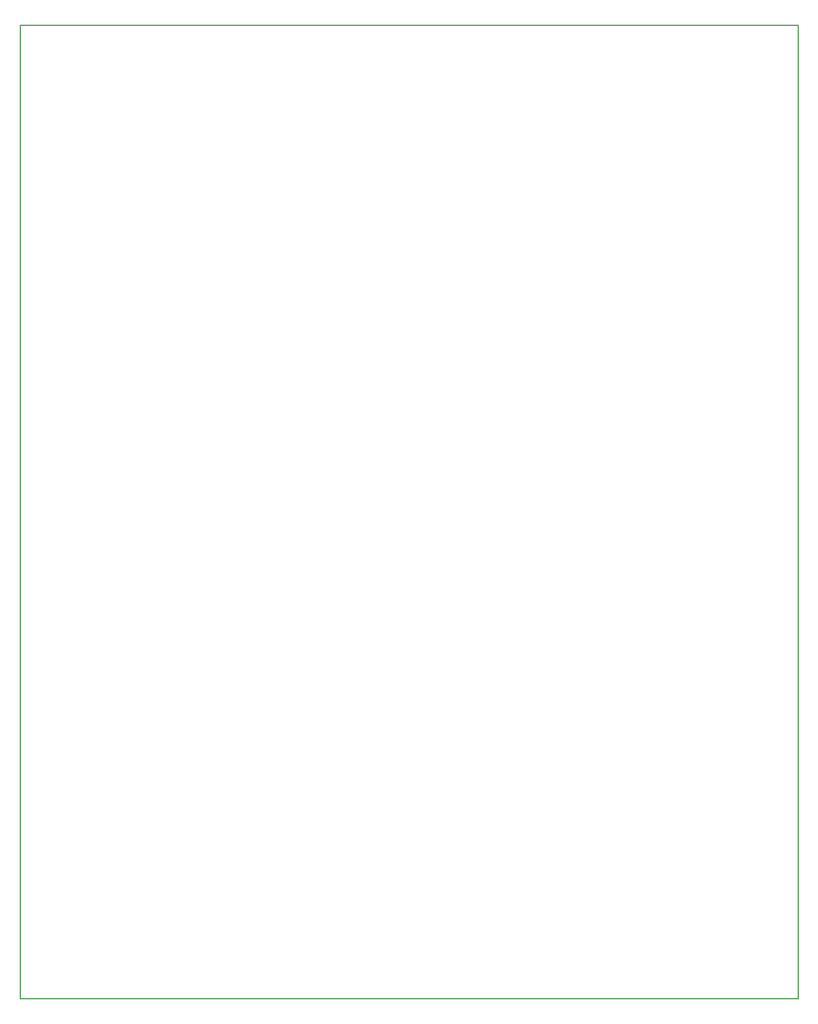
<source format=gko>
G04 Layer_Color=16711935*
%FSLAX44Y44*%
%MOMM*%
G71*
G01*
G75*
%ADD42C,0.2000*%
D42*
X-0Y0D02*
X1200000D01*
Y1500000D01*
X-0D02*
X1200000D01*
X-0Y0D02*
Y1500000D01*
M02*

</source>
